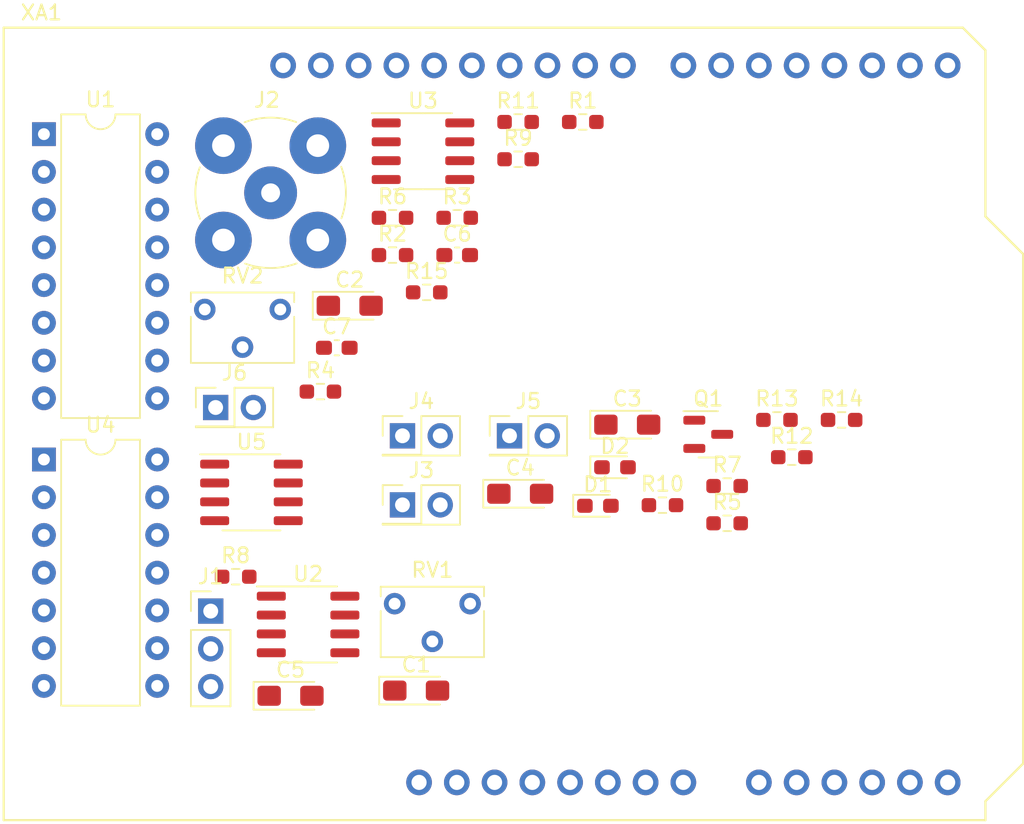
<source format=kicad_pcb>
(kicad_pcb (version 20211014) (generator pcbnew)
  (layers (0 "F.Cu" signal) (31 "B.Cu" signal) (36 "B.SilkS" user "B.Silkscreen") (37 "F.SilkS" user "F.Silkscreen") (44 "Edge.Cuts" user))
  (net 0 "")
  (net 5 "Net-(C3-Pad2)")
  (net 9 "Net-(C6-Pad1)")
  (net 10 "Net-(C6-Pad2)")
  (net 25 "Net-(C7-Pad1)")
  (net 26 "/Интегратор")
  (net 27 "Net-(D1-Pad1)")
  (net 28 "Net-(D2-Pad1)")
  (net 29 "/Пр.посл+Ш")
  (net 35 "Net-(U1-Pad14)")
  (net 36 "Net-(RV2-Pad2)")
  (net 37 "Net-(RV1-Pad2)")
  (net 38 "/Перемножитель")
  (net 41 "/Пр.посл+-")
  (net 43 "/Сброс")
  (net 44 "Net-(R5-Pad2)")
  (net 45 "/Компаратор")
  (net 46 "Net-(R10-Pad2)")
  (net 47 "Net-(R11-Pad1)")
  (net 48 "Net-(C4-Pad1)")
  (net 49 "Net-(C5-Pad2)")
  (net 50 "Net-(C3-Pad1)")
  (net 51 "Net-(R14-Pad1)")
  (net 52 "Net-(R15-Pad2)")
  (net 53 "Net-(C1-Pad2)")
  (net 54 "Net-(C1-Pad1)")
  (net 55 "GND")
  (net 56 "-15V")
  (net 57 "+5V")
  (net 58 "/Пр.посл.")
  (net 59 "+15V")
  (net 60 "/Посл.")
  (net 61 "/Интегратор 5В")
  (net 62 "/Компаратор 5В")
  (footprint "Resistor_SMD:R_0603_1608Metric_Pad0.98x0.95mm_HandSolder" (layer "F.Cu") (at 115.28 61.82)
    (fp_text reference "R10" (at 0 -1.43) (layer "F.SilkS"))
    (fp_text value "10k")
    (fp_line (start -0.254724 0.5225) (end 0.254724 0.5225) (layer "F.SilkS") (width 0.12))
    (fp_line (start -0.254724 -0.5225) (end 0.254724 -0.5225) (layer "F.SilkS") (width 0.12))
    (pad "1" smd roundrect (at -0.9125 0) (size 0.975 0.95) (layers "F.Cu" "F.Paste" "F.Mask") (net 55 "GND"))
    (pad "2" smd roundrect (at 0.9125 0) (size 0.975 0.95) (layers "F.Cu" "F.Paste" "F.Mask") (net 46 "Net-(R10-Pad2)"))
  )
  (footprint "Resistor_SMD:R_0603_1608Metric_Pad0.98x0.95mm_HandSolder" (layer "F.Cu") (at 122.98 56.08)
    (fp_text reference "R13" (at 0 -1.43) (layer "F.SilkS"))
    (fp_text value "R")
    (fp_line (start -0.254724 0.5225) (end 0.254724 0.5225) (layer "F.SilkS") (width 0.12))
    (fp_line (start -0.254724 -0.5225) (end 0.254724 -0.5225) (layer "F.SilkS") (width 0.12))
    (pad "1" smd roundrect (at -0.9125 0) (size 0.975 0.95) (layers "F.Cu" "F.Paste" "F.Mask") (net 38 "/Перемножитель"))
    (pad "2" smd roundrect (at 0.9125 0) (size 0.975 0.95) (layers "F.Cu" "F.Paste" "F.Mask") (net 25 "Net-(C7-Pad1)"))
  )
  (footprint "Capacitor_SMD:C_0603_1608Metric_Pad1.08x0.95mm_HandSolder" (layer "F.Cu") (at 93.37 51.225)
    (fp_text reference "C7" (at 0 -1.43) (layer "F.SilkS"))
    (fp_text value "C")
    (fp_line (start -0.146267 -0.51) (end 0.146267 -0.51) (layer "F.SilkS") (width 0.12))
    (fp_line (start -0.146267 0.51) (end 0.146267 0.51) (layer "F.SilkS") (width 0.12))
    (pad "1" smd roundrect (at -0.8625 0) (size 1.075 0.95) (layers "F.Cu" "F.Paste" "F.Mask") (net 25 "Net-(C7-Pad1)"))
    (pad "2" smd roundrect (at 0.8625 0) (size 1.075 0.95) (layers "F.Cu" "F.Paste" "F.Mask") (net 26 "/Интегратор"))
  )
  (footprint "Package_SO:SOIC-8_3.9x4.9mm_P1.27mm" (layer "F.Cu") (at 99.17 37.995)
    (fp_text reference "U3" (at 0 -3.4) (layer "F.SilkS"))
    (fp_text value "NJM4580")
    (fp_line (start 0 2.56) (end 1.95 2.56) (layer "F.SilkS") (width 0.12))
    (fp_line (start 0 -2.56) (end 1.95 -2.56) (layer "F.SilkS") (width 0.12))
    (fp_line (start 0 2.56) (end -1.95 2.56) (layer "F.SilkS") (width 0.12))
    (fp_line (start 0 -2.56) (end -3.45 -2.56) (layer "F.SilkS") (width 0.12))
    (pad "1" smd roundrect (at -2.475 -1.905) (size 1.95 0.6) (layers "F.Cu" "F.Paste" "F.Mask") (net 61 "/Интегратор 5В"))
    (pad "2" smd roundrect (at -2.475 -0.635) (size 1.95 0.6) (layers "F.Cu" "F.Paste" "F.Mask") (net 61 "/Интегратор 5В"))
    (pad "3" smd roundrect (at -2.475 0.635) (size 1.95 0.6) (layers "F.Cu" "F.Paste" "F.Mask") (net 44 "Net-(R5-Pad2)"))
    (pad "4" smd roundrect (at -2.475 1.905) (size 1.95 0.6) (layers "F.Cu" "F.Paste" "F.Mask") (net 55 "GND"))
    (pad "5" smd roundrect (at 2.475 1.905) (size 1.95 0.6) (layers "F.Cu" "F.Paste" "F.Mask") (net 46 "Net-(R10-Pad2)"))
    (pad "6" smd roundrect (at 2.475 0.635) (size 1.95 0.6) (layers "F.Cu" "F.Paste" "F.Mask") (net 62 "/Компаратор 5В"))
    (pad "7" smd roundrect (at 2.475 -0.635) (size 1.95 0.6) (layers "F.Cu" "F.Paste" "F.Mask") (net 62 "/Компаратор 5В"))
    (pad "8" smd roundrect (at 2.475 -1.905) (size 1.95 0.6) (layers "F.Cu" "F.Paste" "F.Mask") (net 57 "+5V"))
  )
  (footprint "Package_SO:SOIC-8_3.9x4.9mm_P1.27mm" (layer "F.Cu") (at 87.63 60.96)
    (fp_text reference "U5" (at 0 -3.4) (layer "F.SilkS"))
    (fp_text value "NJM4580")
    (fp_line (start 0 -2.56) (end 1.95 -2.56) (layer "F.SilkS") (width 0.12))
    (fp_line (start 0 2.56) (end 1.95 2.56) (layer "F.SilkS") (width 0.12))
    (fp_line (start 0 2.56) (end -1.95 2.56) (layer "F.SilkS") (width 0.12))
    (fp_line (start 0 -2.56) (end -3.45 -2.56) (layer "F.SilkS") (width 0.12))
    (pad "1" smd roundrect (at -2.475 -1.905) (size 1.95 0.6) (layers "F.Cu" "F.Paste" "F.Mask") (net 26 "/Интегратор"))
    (pad "2" smd roundrect (at -2.475 -0.635) (size 1.95 0.6) (layers "F.Cu" "F.Paste" "F.Mask") (net 55 "GND"))
    (pad "3" smd roundrect (at -2.475 0.635) (size 1.95 0.6) (layers "F.Cu" "F.Paste" "F.Mask") (net 25 "Net-(C7-Pad1)"))
    (pad "4" smd roundrect (at -2.475 1.905) (size 1.95 0.6) (layers "F.Cu" "F.Paste" "F.Mask") (net 59 "+15V"))
    (pad "5" smd roundrect (at 2.475 1.905) (size 1.95 0.6) (layers "F.Cu" "F.Paste" "F.Mask") (net 26 "/Интегратор"))
    (pad "6" smd roundrect (at 2.475 0.635) (size 1.95 0.6) (layers "F.Cu" "F.Paste" "F.Mask") (net 36 "Net-(RV2-Pad2)"))
    (pad "7" smd roundrect (at 2.475 -0.635) (size 1.95 0.6) (layers "F.Cu" "F.Paste" "F.Mask") (net 45 "/Компаратор"))
    (pad "8" smd roundrect (at 2.475 -1.905) (size 1.95 0.6) (layers "F.Cu" "F.Paste" "F.Mask") (net 56 "-15V"))
  )
  (footprint "Potentiometer_THT:Potentiometer_Bourns_3266W_Vertical" (layer "F.Cu") (at 89.57 48.645)
    (fp_text reference "RV2" (at -2.54 -2.27) (layer "F.SilkS"))
    (fp_text value "10k")
    (fp_line (start -6.015 -1.14) (end 0.935 -1.14) (layer "F.SilkS") (width 0.12))
    (fp_line (start -6.015 3.6) (end 0.935 3.6) (layer "F.SilkS") (width 0.12))
    (fp_line (start -6.015 0.495) (end -6.015 3.6) (layer "F.SilkS") (width 0.12))
    (fp_line (start 0.935 -1.14) (end 0.935 -0.495) (layer "F.SilkS") (width 0.12))
    (fp_line (start 0.935 0.495) (end 0.935 3.6) (layer "F.SilkS") (width 0.12))
    (fp_line (start -6.015 -1.14) (end -6.015 -0.495) (layer "F.SilkS") (width 0.12))
    (pad "1" thru_hole circle (at 0 0) (size 1.44 1.44) (drill 0.8) (layers *.Cu *.Mask) (net 37 "Net-(RV1-Pad2)"))
    (pad "2" thru_hole circle (at -2.54 2.54) (size 1.44 1.44) (drill 0.8) (layers *.Cu *.Mask) (net 36 "Net-(RV2-Pad2)"))
    (pad "3" thru_hole circle (at -5.08 0) (size 1.44 1.44) (drill 0.8) (layers *.Cu *.Mask) (net 45 "/Компаратор"))
  )
  (footprint "Connector_PinHeader_2.54mm:PinHeader_2x01_P2.54mm_Vertical" (layer "F.Cu") (at 97.79 57.15)
    (fp_text reference "J4" (at 1.27 -2.33) (layer "F.SilkS"))
    (fp_text value "Conn_02x01")
    (fp_line (start -1.33 1.33) (end 3.87 1.33) (layer "F.SilkS") (width 0.12))
    (fp_line (start 3.87 -1.33) (end 3.87 1.33) (layer "F.SilkS") (width 0.12))
    (fp_line (start 1.27 1.27) (end 1.27 -1.33) (layer "F.SilkS") (width 0.12))
    (fp_line (start -1.33 0) (end -1.33 -1.33) (layer "F.SilkS") (width 0.12))
    (fp_line (start 1.27 -1.33) (end 3.87 -1.33) (layer "F.SilkS") (width 0.12))
    (fp_line (start -1.33 1.27) (end 1.27 1.27) (layer "F.SilkS") (width 0.12))
    (fp_line (start -1.33 1.27) (end -1.33 1.33) (layer "F.SilkS") (width 0.12))
    (fp_line (start -1.33 -1.33) (end 0 -1.33) (layer "F.SilkS") (width 0.12))
    (pad "1" thru_hole rect (at 0 0) (size 1.7 1.7) (drill 1) (layers *.Cu *.Mask) (net 38 "/Перемножитель"))
    (pad "2" thru_hole oval (at 2.54 0) (size 1.7 1.7) (drill 1) (layers *.Cu *.Mask))
  )
  (footprint "Resistor_SMD:R_0603_1608Metric_Pad0.98x0.95mm_HandSolder" (layer "F.Cu") (at 119.63 60.53)
    (fp_text reference "R7" (at 0 -1.43) (layer "F.SilkS"))
    (fp_text value "20k")
    (fp_line (start -0.254724 -0.5225) (end 0.254724 -0.5225) (layer "F.SilkS") (width 0.12))
    (fp_line (start -0.254724 0.5225) (end 0.254724 0.5225) (layer "F.SilkS") (width 0.12))
    (pad "1" smd roundrect (at -0.9125 0) (size 0.975 0.95) (layers "F.Cu" "F.Paste" "F.Mask") (net 45 "/Компаратор"))
    (pad "2" smd roundrect (at 0.9125 0) (size 0.975 0.95) (layers "F.Cu" "F.Paste" "F.Mask") (net 46 "Net-(R10-Pad2)"))
  )
  (footprint "Potentiometer_THT:Potentiometer_Bourns_3266W_Vertical" (layer "F.Cu") (at 102.34 68.45)
    (fp_text reference "RV1" (at -2.54 -2.27) (layer "F.SilkS"))
    (fp_text value "10k")
    (fp_line (start -6.015 -1.14) (end 0.935 -1.14) (layer "F.SilkS") (width 0.12))
    (fp_line (start -6.015 -1.14) (end -6.015 -0.495) (layer "F.SilkS") (width 0.12))
    (fp_line (start -6.015 3.6) (end 0.935 3.6) (layer "F.SilkS") (width 0.12))
    (fp_line (start -6.015 0.495) (end -6.015 3.6) (layer "F.SilkS") (width 0.12))
    (fp_line (start 0.935 -1.14) (end 0.935 -0.495) (layer "F.SilkS") (width 0.12))
    (fp_line (start 0.935 0.495) (end 0.935 3.6) (layer "F.SilkS") (width 0.12))
    (pad "1" thru_hole circle (at 0 0) (size 1.44 1.44) (drill 0.8) (layers *.Cu *.Mask) (net 51 "Net-(R14-Pad1)"))
    (pad "2" thru_hole circle (at -2.54 2.54) (size 1.44 1.44) (drill 0.8) (layers *.Cu *.Mask) (net 37 "Net-(RV1-Pad2)"))
    (pad "3" thru_hole circle (at -5.08 0) (size 1.44 1.44) (drill 0.8) (layers *.Cu *.Mask) (net 52 "Net-(R15-Pad2)"))
  )
  (footprint "Connector_PinHeader_2.54mm:PinHeader_2x01_P2.54mm_Vertical" (layer "F.Cu") (at 97.79 61.8)
    (fp_text reference "J3" (at 1.27 -2.33) (layer "F.SilkS"))
    (fp_text value "Conn_02x01")
    (fp_line (start 1.27 -1.33) (end 3.87 -1.33) (layer "F.SilkS") (width 0.12))
    (fp_line (start -1.33 1.27) (end 1.27 1.27) (layer "F.SilkS") (width 0.12))
    (fp_line (start -1.33 1.27) (end -1.33 1.33) (layer "F.SilkS") (width 0.12))
    (fp_line (start -1.33 -1.33) (end 0 -1.33) (layer "F.SilkS") (width 0.12))
    (fp_line (start -1.33 0) (end -1.33 -1.33) (layer "F.SilkS") (width 0.12))
    (fp_line (start -1.33 1.33) (end 3.87 1.33) (layer "F.SilkS") (width 0.12))
    (fp_line (start 3.87 -1.33) (end 3.87 1.33) (layer "F.SilkS") (width 0.12))
    (fp_line (start 1.27 1.27) (end 1.27 -1.33) (layer "F.SilkS") (width 0.12))
    (pad "1" thru_hole rect (at 0 0) (size 1.7 1.7) (drill 1) (layers *.Cu *.Mask) (net 29 "/Пр.посл+Ш"))
    (pad "2" thru_hole oval (at 2.54 0) (size 1.7 1.7) (drill 1) (layers *.Cu *.Mask))
  )
  (footprint "Connector_PinHeader_2.54mm:PinHeader_2x01_P2.54mm_Vertical" (layer "F.Cu") (at 104.99 57.15)
    (fp_text reference "J5" (at 1.27 -2.33) (layer "F.SilkS"))
    (fp_text value "Conn_02x01")
    (fp_line (start -1.33 -1.33) (end 0 -1.33) (layer "F.SilkS") (width 0.12))
    (fp_line (start -1.33 0) (end -1.33 -1.33) (layer "F.SilkS") (width 0.12))
    (fp_line (start 1.27 1.27) (end 1.27 -1.33) (layer "F.SilkS") (width 0.12))
    (fp_line (start -1.33 1.27) (end -1.33 1.33) (layer "F.SilkS") (width 0.12))
    (fp_line (start -1.33 1.27) (end 1.27 1.27) (layer "F.SilkS") (width 0.12))
    (fp_line (start -1.33 1.33) (end 3.87 1.33) (layer "F.SilkS") (width 0.12))
    (fp_line (start 1.27 -1.33) (end 3.87 -1.33) (layer "F.SilkS") (width 0.12))
    (fp_line (start 3.87 -1.33) (end 3.87 1.33) (layer "F.SilkS") (width 0.12))
    (pad "1" thru_hole rect (at 0 0) (size 1.7 1.7) (drill 1) (layers *.Cu *.Mask) (net 26 "/Интегратор"))
    (pad "2" thru_hole oval (at 2.54 0) (size 1.7 1.7) (drill 1) (layers *.Cu *.Mask))
  )
  (footprint "Package_DIP:DIP-16_W7.62mm" (layer "F.Cu") (at 73.67 36.845)
    (fp_text reference "U1" (at 3.81 -2.33) (layer "F.SilkS"))
    (fp_text value "MAX232")
    (fp_line (start 1.16 19.11) (end 6.46 19.11) (layer "F.SilkS") (width 0.12))
    (fp_line (start 6.46 19.11) (end 6.46 -1.33) (layer "F.SilkS") (width 0.12))
    (fp_line (start 2.81 -1.33) (end 1.16 -1.33) (layer "F.SilkS") (width 0.12))
    (fp_line (start 1.16 -1.33) (end 1.16 19.11) (layer "F.SilkS") (width 0.12))
    (fp_line (start 6.46 -1.33) (end 4.81 -1.33) (layer "F.SilkS") (width 0.12))
    (fp_arc (start 4.81 -1.33) (mid 3.81 -0.33) (end 2.81 -1.33) (layer "F.SilkS") (width 0.12))
    (pad "1" thru_hole rect (at 0 0) (size 1.6 1.6) (drill 0.8) (layers *.Cu *.Mask) (net 54 "Net-(C1-Pad1)"))
    (pad "2" thru_hole oval (at 0 2.54) (size 1.6 1.6) (drill 0.8) (layers *.Cu *.Mask) (net 48 "Net-(C4-Pad1)"))
    (pad "3" thru_hole oval (at 0 5.08) (size 1.6 1.6) (drill 0.8) (layers *.Cu *.Mask) (net 53 "Net-(C1-Pad2)"))
    (pad "4" thru_hole oval (at 0 7.62) (size 1.6 1.6) (drill 0.8) (layers *.Cu *.Mask) (net 50 "Net-(C3-Pad1)"))
    (pad "5" thru_hole oval (at 0 10.16) (size 1.6 1.6) (drill 0.8) (layers *.Cu *.Mask) (net 5 "Net-(C3-Pad2)"))
    (pad "6" thru_hole oval (at 0 12.7) (size 1.6 1.6) (drill 0.8) (layers *.Cu *.Mask) (net 49 "Net-(C5-Pad2)"))
    (pad "7" thru_hole oval (at 0 15.24) (size 1.6 1.6) (drill 0.8) (layers *.Cu *.Mask) (net 41 "/Пр.посл+-"))
    (pad "8" thru_hole oval (at 0 17.78) (size 1.6 1.6) (drill 0.8) (layers *.Cu *.Mask))
    (pad "9" thru_hole oval (at 7.62 17.78) (size 1.6 1.6) (drill 0.8) (layers *.Cu *.Mask))
    (pad "10" thru_hole oval (at 7.62 15.24) (size 1.6 1.6) (drill 0.8) (layers *.Cu *.Mask) (net 58 "/Пр.посл."))
    (pad "11" thru_hole oval (at 7.62 12.7) (size 1.6 1.6) (drill 0.8) (layers *.Cu *.Mask) (net 60 "/Посл."))
    (pad "12" thru_hole oval (at 7.62 10.16) (size 1.6 1.6) (drill 0.8) (layers *.Cu *.Mask))
    (pad "13" thru_hole oval (at 7.62 7.62) (size 1.6 1.6) (drill 0.8) (layers *.Cu *.Mask))
    (pad "14" thru_hole oval (at 7.62 5.08) (size 1.6 1.6) (drill 0.8) (layers *.Cu *.Mask) (net 35 "Net-(U1-Pad14)"))
    (pad "15" thru_hole oval (at 7.62 2.54) (size 1.6 1.6) (drill 0.8) (layers *.Cu *.Mask) (net 55 "GND"))
    (pad "16" thru_hole oval (at 7.62 0) (size 1.6 1.6) (drill 0.8) (layers *.Cu *.Mask) (net 57 "+5V"))
  )
  (footprint "Resistor_SMD:R_0603_1608Metric_Pad0.98x0.95mm_HandSolder" (layer "F.Cu") (at 101.47 42.475)
    (fp_text reference "R3" (at 0 -1.43) (layer "F.SilkS"))
    (fp_text value "100k")
    (fp_line (start -0.254724 0.5225) (end 0.254724 0.5225) (layer "F.SilkS") (width 0.12))
    (fp_line (start -0.254724 -0.5225) (end 0.254724 -0.5225) (layer "F.SilkS") (width 0.12))
    (pad "1" smd roundrect (at -0.9125 0) (size 0.975 0.95) (layers "F.Cu" "F.Paste" "F.Mask") (net 55 "GND"))
    (pad "2" smd roundrect (at 0.9125 0) (size 0.975 0.95) (layers "F.Cu" "F.Paste" "F.Mask") (net 10 "Net-(C6-Pad2)"))
  )
  (footprint "Connector_Coaxial:BNC_TEConnectivity_1478204_Vertical" (layer "F.Cu") (at 88.92 40.795)
    (fp_text reference "J2" (at -0.25 -6.25) (layer "F.SilkS"))
    (fp_text value "Conn_Coaxial")
    (fp_arc (start -1.75 -4.75) (mid -0.019867 -5.062075) (end 1.712663 -4.763589) (layer "F.SilkS") (width 0.12))
    (fp_arc (start -4.75 1.75) (mid -5.062075 0.019867) (end -4.763589 -1.712663) (layer "F.SilkS") (width 0.12))
    (fp_arc (start 4.75 -1.75) (mid 5.062075 -0.019867) (end 4.763589 1.712663) (layer "F.SilkS") (width 0.12))
    (fp_arc (start 1.75 4.75) (mid 0.019867 5.062075) (end -1.712663 4.763589) (layer "F.SilkS") (width 0.12))
    (pad "1" thru_hole circle (at 0 0) (size 3.556 3.556) (drill 1.27) (layers *.Cu *.Mask) (net 9 "Net-(C6-Pad1)"))
    (pad "2" thru_hole circle (at -3.175 -3.175) (size 3.81 3.81) (drill 1.524) (layers *.Cu *.Mask) (net 55 "GND"))
    (pad "2" thru_hole circle (at 3.175 -3.175) (size 3.81 3.81) (drill 1.524) (layers *.Cu *.Mask) (net 55 "GND"))
    (pad "2" thru_hole circle (at 3.175 3.175) (size 3.81 3.81) (drill 1.524) (layers *.Cu *.Mask) (net 55 "GND"))
    (pad "2" thru_hole circle (at -3.175 3.175) (size 3.81 3.81) (drill 1.524) (layers *.Cu *.Mask) (net 55 "GND"))
  )
  (footprint "Resistor_SMD:R_0603_1608Metric_Pad0.98x0.95mm_HandSolder" (layer "F.Cu") (at 109.92 36.025)
    (fp_text reference "R1" (at 0 -1.43) (layer "F.SilkS"))
    (fp_text value "2k")
    (fp_line (start -0.254724 -0.5225) (end 0.254724 -0.5225) (layer "F.SilkS") (width 0.12))
    (fp_line (start -0.254724 0.5225) (end 0.254724 0.5225) (layer "F.SilkS") (width 0.12))
    (pad "1" smd roundrect (at -0.9125 0) (size 0.975 0.95) (layers "F.Cu" "F.Paste" "F.Mask") (net 55 "GND"))
    (pad "2" smd roundrect (at 0.9125 0) (size 0.975 0.95) (layers "F.Cu" "F.Paste" "F.Mask") (net 27 "Net-(D1-Pad1)"))
  )
  (footprint "Package_DIP:DIP-14_W7.62mm" (layer "F.Cu") (at 73.67 58.745)
    (fp_text reference "U4" (at 3.81 -2.33) (layer "F.SilkS"))
    (fp_text value "KP525PS2")
    (fp_line (start 1.16 -1.33) (end 1.16 16.57) (layer "F.SilkS") (width 0.12))
    (fp_line (start 6.46 -1.33) (end 4.81 -1.33) (layer "F.SilkS") (width 0.12))
    (fp_line (start 1.16 16.57) (end 6.46 16.57) (layer "F.SilkS") (width 0.12))
    (fp_line (start 2.81 -1.33) (end 1.16 -1.33) (layer "F.SilkS") (width 0.12))
    (fp_line (start 6.46 16.57) (end 6.46 -1.33) (layer "F.SilkS") (width 0.12))
    (fp_arc (start 4.81 -1.33) (mid 3.81 -0.33) (end 2.81 -1.33) (layer "F.SilkS") (width 0.12))
    (pad "1" thru_hole rect (at 0 0) (size 1.6 1.6) (drill 0.8) (layers *.Cu *.Mask) (net 38 "/Перемножитель"))
    (pad "2" thru_hole oval (at 0 2.54) (size 1.6 1.6) (drill 0.8) (layers *.Cu *.Mask) (net 38 "/Перемножитель"))
    (pad "3" thru_hole oval (at 0 5.08) (size 1.6 1.6) (drill 0.8) (layers *.Cu *.Mask) (net 59 "+15V"))
    (pad "4" thru_hole oval (at 0 7.62) (size 1.6 1.6) (drill 0.8) (layers *.Cu *.Mask))
    (pad "5" thru_hole oval (at 0 10.16) (size 1.6 1.6) (drill 0.8) (layers *.Cu *.Mask))
    (pad "6" thru_hole oval (at 0 12.7) (size 1.6 1.6) (drill 0.8) (layers *.Cu *.Mask))
    (pad "7" thru_hole oval (at 0 15.24) (size 1.6 1.6) (drill 0.8) (layers *.Cu *.Mask) (net 35 "Net-(U1-Pad14)"))
    (pad "8" thru_hole oval (at 7.62 15.24) (size 1.6 1.6) (drill 0.8) (layers *.Cu *.Mask))
    (pad "9" thru_hole oval (at 7.62 12.7) (size 1.6 1.6) (drill 0.8) (layers *.Cu *.Mask) (net 55 "GND"))
    (pad "10" thru_hole oval (at 7.62 10.16) (size 1.6 1.6) (drill 0.8) (layers *.Cu *.Mask) (net 55 "GND"))
    (pad "11" thru_hole oval (at 7.62 7.62) (size 1.6 1.6) (drill 0.8) (layers *.Cu *.Mask) (net 55 "GND"))
    (pad "12" thru_hole oval (at 7.62 5.08) (size 1.6 1.6) (drill 0.8) (layers *.Cu *.Mask) (net 55 "GND"))
    (pad "13" thru_hole oval (at 7.62 2.54) (size 1.6 1.6) (drill 0.8) (layers *.Cu *.Mask) (net 29 "/Пр.посл+Ш"))
    (pad "14" thru_hole oval (at 7.62 0) (size 1.6 1.6) (drill 0.8) (layers *.Cu *.Mask) (net 56 "-15V"))
  )
  (footprint "Resistor_SMD:R_0603_1608Metric_Pad0.98x0.95mm_HandSolder" (layer "F.Cu") (at 105.57 36.025)
    (fp_text reference "R11" (at 0 -1.43) (layer "F.SilkS"))
    (fp_text value "10k")
    (fp_line (start -0.254724 -0.5225) (end 0.254724 -0.5225) (layer "F.SilkS") (width 0.12))
    (fp_line (start -0.254724 0.5225) (end 0.254724 0.5225) (layer "F.SilkS") (width 0.12))
    (pad "1" smd roundrect (at -0.9125 0) (size 0.975 0.95) (layers "F.Cu" "F.Paste" "F.Mask") (net 47 "Net-(R11-Pad1)"))
    (pad "2" smd roundrect (at 0.9125 0) (size 0.975 0.95) (layers "F.Cu" "F.Paste" "F.Mask") (net 29 "/Пр.посл+Ш"))
  )
  (footprint "Resistor_SMD:R_0603_1608Metric_Pad0.98x0.95mm_HandSolder" (layer "F.Cu") (at 99.42 47.495)
    (fp_text reference "R15" (at 0 -1.43) (layer "F.SilkS"))
    (fp_text value "10k")
    (fp_line (start -0.254724 0.5225) (end 0.254724 0.5225) (layer "F.SilkS") (width 0.12))
    (fp_line (start -0.254724 -0.5225) (end 0.254724 -0.5225) (layer "F.SilkS") (width 0.12))
    (pad "1" smd roundrect (at -0.9125 0) (size 0.975 0.95) (layers "F.Cu" "F.Paste" "F.Mask") (net 56 "-15V"))
    (pad "2" smd roundrect (at 0.9125 0) (size 0.975 0.95) (layers "F.Cu" "F.Paste" "F.Mask") (net 52 "Net-(R15-Pad2)"))
  )
  (footprint "Capacitor_Tantalum_SMD:CP_EIA-3216-18_Kemet-A_Pad1.58x1.35mm_HandSolder" (layer "F.Cu") (at 98.71 74.3)
    (fp_text reference "C1" (at 0 -1.75) (layer "F.SilkS"))
    (fp_text value "47u")
    (fp_line (start -2.485 -0.935) (end -2.485 0.935) (layer "F.SilkS") (width 0.12))
    (fp_line (start -2.485 0.935) (end 1.6 0.935) (layer "F.SilkS") (width 0.12))
    (fp_line (start 1.6 -0.935) (end -2.485 -0.935) (layer "F.SilkS") (width 0.12))
    (pad "1" smd roundrect (at -1.4375 0) (size 1.575 1.35) (layers "F.Cu" "F.Paste" "F.Mask") (roundrect_rratio 0.185185) (net 54 "Net-(C1-Pad1)"))
    (pad "2" smd roundrect (at 1.4375 0) (size 1.575 1.35) (layers "F.Cu" "F.Paste" "F.Mask") (roundrect_rratio 0.185185) (net 53 "Net-(C1-Pad2)"))
  )
  (footprint "Package_TO_SOT_SMD:SOT-23" (layer "F.Cu") (at 118.36 57.05)
    (fp_text reference "Q1" (at 0 -2.4) (layer "F.SilkS"))
    (fp_text value "Q_PMOS_GDS")
    (fp_line (start 0 1.56) (end -0.65 1.56) (layer "F.SilkS") (width 0.12))
    (fp_line (start 0 1.56) (end 0.65 1.56) (layer "F.SilkS") (width 0.12))
    (fp_line (start 0 -1.56) (end -1.675 -1.56) (layer "F.SilkS") (width 0.12))
    (fp_line (start 0 -1.56) (end 0.65 -1.56) (layer "F.SilkS") (width 0.12))
    (pad "1" smd roundrect (at -0.9375 -0.95) (size 1.475 0.6) (layers "F.Cu" "F.Paste" "F.Mask") (net 43 "/Сброс"))
    (pad "2" smd roundrect (at -0.9375 0.95) (size 1.475 0.6) (layers "F.Cu" "F.Paste" "F.Mask") (net 26 "/Интегратор"))
    (pad "3" smd roundrect (at 0.9375 0) (size 1.475 0.6) (layers "F.Cu" "F.Paste" "F.Mask") (net 25 "Net-(C7-Pad1)"))
  )
  (footprint "Capacitor_Tantalum_SMD:CP_EIA-3216-18_Kemet-A_Pad1.58x1.35mm_HandSolder" (layer "F.Cu") (at 94.24 48.395)
    (fp_text reference "C2" (at 0 -1.75) (layer "F.SilkS"))
    (fp_text value "47u")
    (fp_line (start 1.6 -0.935) (end -2.485 -0.935) (layer "F.SilkS") (width 0.12))
    (fp_line (start -2.485 0.935) (end 1.6 0.935) (layer "F.SilkS") (width 0.12))
    (fp_line (start -2.485 -0.935) (end -2.485 0.935) (layer "F.SilkS") (width 0.12))
    (pad "1" smd roundrect (at -1.4375 0) (size 1.575 1.35) (layers "F.Cu" "F.Paste" "F.Mask") (roundrect_rratio 0.185185) (net 57 "+5V"))
    (pad "2" smd roundrect (at 1.4375 0) (size 1.575 1.35) (layers "F.Cu" "F.Paste" "F.Mask") (roundrect_rratio 0.185185) (net 55 "GND"))
  )
  (footprint "Arduino:Arduino_101_Shield_No_SPI" (layer "F.Cu") (at 70.965 83.02)
    (fp_text reference "XA1" (at 2.54 -54.356) (layer "F.SilkS"))
    (fp_text value "Arduino_101_Shield_No_SPI")
    (fp_line (start 68.58 -38.1) (end 66.04 -40.64) (layer "F.SilkS") (width 0.15))
    (fp_line (start 66.04 -40.64) (end 66.04 -51.816) (layer "F.SilkS") (width 0.15))
    (fp_line (start 0 -53.34) (end 64.516 -53.34) (layer "F.SilkS") (width 0.15))
    (fp_line (start 0 -53.34) (end 0 0) (layer "F.SilkS") (width 0.15))
    (fp_line (start 66.04 -1.27) (end 68.58 -3.81) (layer "F.SilkS") (width 0.15))
    (fp_line (start 66.04 0) (end 66.04 -1.27) (layer "F.SilkS") (width 0.15))
    (fp_line (start 0 0) (end 66.04 0) (layer "F.SilkS") (width 0.15))
    (fp_line (start 68.58 -3.81) (end 68.58 -38.1) (layer "F.SilkS") (width 0.15))
    (fp_line (start 64.516 -53.34) (end 66.04 -51.816) (layer "F.SilkS") (width 0.15))
    (pad "3V3" thru_hole oval (at 35.56 -2.54) (size 1.7272 1.7272) (drill 1.016) (layers *.Cu *.Mask))
    (pad "5V1" thru_hole oval (at 38.1 -2.54) (size 1.7272 1.7272) (drill 1.016) (layers *.Cu *.Mask) (net 57 "+5V"))
    (pad "A0" thru_hole oval (at 50.8 -2.54) (size 1.7272 1.7272) (drill 1.016) (layers *.Cu *.Mask))
    (pad "A1" thru_hole oval (at 53.34 -2.54) (size 1.7272 1.7272) (drill 1.016) (layers *.Cu *.Mask))
    (pad "A2" thru_hole oval (at 55.88 -2.54) (size 1.7272 1.7272) (drill 1.016) (layers *.Cu *.Mask))
    (pad "A3" thru_hole oval (at 58.42 -2.54) (size 1.7272 1.7272) (drill 1.016) (layers *.Cu *.Mask))
    (pad "A4" thru_hole oval (at 60.96 -2.54) (size 1.7272 1.7272) (drill 1.016) (layers *.Cu *.Mask))
    (pad "A5" thru_hole oval (at 63.5 -2.54) (size 1.7272 1.7272) (drill 1.016) (layers *.Cu *.Mask))
    (pad "AREF" thru_hole oval (at 23.876 -50.8) (size 1.7272 1.7272) (drill 1.016) (layers *.Cu *.Mask))
    (pad "ATN" thru_hole oval (at 27.94 -2.54) (size 1.7272 1.7272) (drill 1.016) (layers *.Cu *.Mask))
    (pad "D0" thru_hole oval (at 63.5 -50.8) (size 1.7272 1.7272) (drill 1.016) (layers *.Cu *.Mask))
    (pad "D1" thru_hole oval (at 60.96 -50.8) (size 1.7272 1.7272) (drill 1.016) (layers *.Cu *.Mask))
    (pad "D2" thru_hole oval (at 58.42 -50.8) (size 1.7272 1.7272) (drill 1.016) (layers *.Cu *.Mask) (net 60 "/Посл."))
    (pad "D3" thru_hole oval (at 55.88 -50.8) (size 1.7272 1.7272) (drill 1.016) (layers *.Cu *.Mask) (net 58 "/Пр.посл."))
    (pad "D4" thru_hole oval (at 53.34 -50.8) (size 1.7272 1.7272) (drill 1.016) (layers *.Cu *.Mask))
    (pad "D5" thru_hole oval (at 50.8 -50.8) (size 1.7272 1.7272) (drill 1.016) (layers *.Cu *.Mask))
    (pad "D6" thru_hole oval (at 48.26 -50.8) (size 1.7272 1.7272) (drill 1.016) (layers *.Cu *.Mask))
    (pad "D7" thru_hole oval (at 45.72 -50.8) (size 1.7272 1.7272) (drill 1.016) (layers *.Cu *.Mask) (net 43 "/Сброс"))
    (pad "D8" thru_hole oval (at 41.656 -50.8) (size 1.7272 1.7272) (drill 1.016) (layers *.Cu *.Mask) (net 61 "/Интегратор 5В"))
    (pad "D9" thru_hole oval (at 39.116 -50.8) (size 1.7272 1.7272) (drill 1.016) (layers *.Cu *.Mask) (net 62 "/Компаратор 5В"))
    (pad "D10" thru_hole oval (at 36.576 -50.8) (size 1.7272 1.7272) (drill 1.016) (layers *.Cu *.Mask))
    (pad "D11" thru_hole oval (at 34.036 -50.8) (size 1.7272 1.7272) (drill 1.016) (layers *.Cu *.Mask))
    (pad "D12" thru_hole oval (at 31.496 -50.8) (size 1.7272 1.7272) (drill 1.016) (layers *.Cu *.Mask))
    (pad "D13" thru_hole oval (at 28.956 -50.8) (size 1.7272 1.7272) (drill 1.016) (layers *.Cu *.Mask))
    (pad "GND1" thru_hole oval (at 26.416 -50.8) (size 1.7272 1.7272) (drill 1.016) (layers *.Cu *.Mask) (net 55 "GND"))
    (pad "GND2" thru_hole oval (at 40.64 -2.54) (size 1.7272 1.7272) (drill 1.016) (layers *.Cu *.Mask) (net 55 "GND"))
    (pad "GND3" thru_hole oval (at 43.18 -2.54) (size 1.7272 1.7272) (drill 1.016) (layers *.Cu *.Mask) (net 55 "GND"))
    (pad "IORF" thru_hole oval (at 30.48 -2.54) (size 1.7272 1.7272) (drill 1.016) (layers *.Cu *.Mask) (net 57 "+5V"))
    (pad "RST1" thru_hole oval (at 33.02 -2.54) (size 1.7272 1.7272) (drill 1.016) (layers *.Cu *.Mask))
    (pad "SCL" thru_hole oval (at 18.796 -50.8) (size 1.7272 1.7272) (drill 1.016) (layers *.Cu *.Mask))
    (pad "SDA" thru_hole oval (at 21.336 -50.8) (size 1.7272 1.7272) (drill 1.016) (layers *.Cu *.Mask))
    (pad "VIN" thru_hole oval (at 45.72 -2.54) (size 1.7272 1.7272) (drill 1.016) (layers *.Cu *.Mask))
  )
  (footprint "Capacitor_Tantalum_SMD:CP_EIA-3216-18_Kemet-A_Pad1.58x1.35mm_HandSolder" (layer "F.Cu") (at 105.71 61.05)
    (fp_text reference "C4" (at 0 -1.75) (layer "F.SilkS"))
    (fp_text value "47u")
    (fp_line (start 1.6 -0.935) (end -2.485 -0.935) (layer "F.SilkS") (width 0.12))
    (fp_line (start -2.485 -0.935) (end -2.485 0.935) (layer "F.SilkS") (width 0.12))
    (fp_line (start -2.485 0.935) (end 1.6 0.935) (layer "F.SilkS") (width 0.12))
    (pad "1" smd roundrect (at -1.4375 0) (size 1.575 1.35) (layers "F.Cu" "F.Paste" "F.Mask") (roundrect_rratio 0.185185) (net 48 "Net-(C4-Pad1)"))
    (pad "2" smd roundrect (at 1.4375 0) (size 1.575 1.35) (layers "F.Cu" "F.Paste" "F.Mask") (roundrect_rratio 0.185185) (net 55 "GND"))
  )
  (footprint "Package_SO:SOIC-8_3.9x4.9mm_P1.27mm" (layer "F.Cu") (at 91.44 69.85)
    (fp_text reference "U2" (at 0 -3.4) (layer "F.SilkS"))
    (fp_text value "NJM4580")
    (fp_line (start 0 -2.56) (end 1.95 -2.56) (layer "F.SilkS") (width 0.12))
    (fp_line (start 0 2.56) (end 1.95 2.56) (layer "F.SilkS") (width 0.12))
    (fp_line (start 0 -2.56) (end -3.45 -2.56) (layer "F.SilkS") (width 0.12))
    (fp_line (start 0 2.56) (end -1.95 2.56) (layer "F.SilkS") (width 0.12))
    (pad "1" smd roundrect (at -2.475 -1.905) (size 1.95 0.6) (layers "F.Cu" "F.Paste" "F.Mask") (net 41 "/Пр.посл+-"))
    (pad "2" smd roundrect (at -2.475 -0.635) (size 1.95 0.6) (layers "F.Cu" "F.Paste" "F.Mask") (net 41 "/Пр.посл+-"))
    (pad "3" smd roundrect (at -2.475 0.635) (size 1.95 0.6) (layers "F.Cu" "F.Paste" "F.Mask") (net 10 "Net-(C6-Pad2)"))
    (pad "4" smd roundrect (at -2.475 1.905) (size 1.95 0.6) (layers "F.Cu" "F.Paste" "F.Mask") (net 59 "+15V"))
    (pad "5" smd roundrect (at 2.475 1.905) (size 1.95 0.6) (layers "F.Cu" "F.Paste" "F.Mask") (net 41 "/Пр.посл+-"))
    (pad "6" smd roundrect (at 2.475 0.635) (size 1.95 0.6) (layers "F.Cu" "F.Paste" "F.Mask") (net 47 "Net-(R11-Pad1)"))
    (pad "7" smd roundrect (at 2.475 -0.635) (size 1.95 0.6) (layers "F.Cu" "F.Paste" "F.Mask") (net 29 "/Пр.посл+Ш"))
    (pad "8" smd roundrect (at 2.475 -1.905) (size 1.95 0.6) (layers "F.Cu" "F.Paste" "F.Mask") (net 56 "-15V"))
  )
  (footprint "Capacitor_SMD:C_0603_1608Metric_Pad1.08x0.95mm_HandSolder" (layer "F.Cu") (at 101.47 44.985)
    (fp_text reference "C6" (at 0 -1.43) (layer "F.SilkS"))
    (fp_text value "1n")
    (fp_line (start -0.146267 -0.51) (end 0.146267 -0.51) (layer "F.SilkS") (width 0.12))
    (fp_line (start -0.146267 0.51) (end 0.146267 0.51) (layer "F.SilkS") (width 0.12))
    (pad "1" smd roundrect (at -0.8625 0) (size 1.075 0.95) (layers "F.Cu" "F.Paste" "F.Mask") (net 9 "Net-(C6-Pad1)"))
    (pad "2" smd roundrect (at 0.8625 0) (size 1.075 0.95) (layers "F.Cu" "F.Paste" "F.Mask") (net 10 "Net-(C6-Pad2)"))
  )
  (footprint "Connector_PinHeader_2.54mm:PinHeader_2x01_P2.54mm_Vertical" (layer "F.Cu") (at 85.22 55.245)
    (fp_text reference "J6" (at 1.27 -2.33) (layer "F.SilkS"))
    (fp_text value "Conn_02x01")
    (fp_line (start 1.27 -1.33) (end 3.87 -1.33) (layer "F.SilkS") (width 0.12))
    (fp_line (start -1.33 -1.33) (end 0 -1.33) (layer "F.SilkS") (width 0.12))
    (fp_line (start 1.27 1.27) (end 1.27 -1.33) (layer "F.SilkS") (width 0.12))
    (fp_line (start 3.87 -1.33) (end 3.87 1.33) (layer "F.SilkS") (width 0.12))
    (fp_line (start -1.33 1.27) (end -1.33 1.33) (layer "F.SilkS") (width 0.12))
    (fp_line (start -1.33 1.27) (end 1.27 1.27) (layer "F.SilkS") (width 0.12))
    (fp_line (start -1.33 1.33) (end 3.87 1.33) (layer "F.SilkS") (width 0.12))
    (fp_line (start -1.33 0) (end -1.33 -1.33) (layer "F.SilkS") (width 0.12))
    (pad "1" thru_hole rect (at 0 0) (size 1.7 1.7) (drill 1) (layers *.Cu *.Mask) (net 41 "/Пр.посл+-"))
    (pad "2" thru_hole oval (at 2.54 0) (size 1.7 1.7) (drill 1) (layers *.Cu *.Mask))
  )
  (footprint "Resistor_SMD:R_0603_1608Metric_Pad0.98x0.95mm_HandSolder" (layer "F.Cu") (at 123.98 58.59)
    (fp_text reference "R12" (at 0 -1.43) (layer "F.SilkS"))
    (fp_text value "10k")
    (fp_line (start -0.254724 -0.5225) (end 0.254724 -0.5225) (layer "F.SilkS") (width 0.12))
    (fp_line (start -0.254724 0.5225) (end 0.254724 0.5225) (layer "F.SilkS") (width 0.12))
    (pad "1" smd roundrect (at -0.9125 0) (size 0.975 0.95) (layers "F.Cu" "F.Paste" "F.Mask") (net 55 "GND"))
    (pad "2" smd roundrect (at 0.9125 0) (size 0.975 0.95) (layers "F.Cu" "F.Paste" "F.Mask") (net 47 "Net-(R11-Pad1)"))
  )
  (footprint "Resistor_SMD:R_0603_1608Metric_Pad0.98x0.95mm_HandSolder" (layer "F.Cu") (at 92.27 54.175)
    (fp_text reference "R4" (at 0 -1.43) (layer "F.SilkS"))
    (fp_text value "10k")
    (fp_line (start -0.254724 0.5225) (end 0.254724 0.5225) (layer "F.SilkS") (width 0.12))
    (fp_line (start -0.254724 -0.5225) (end 0.254724 -0.5225) (layer "F.SilkS") (width 0.12))
    (pad "1" smd roundrect (at -0.9125 0) (size 0.975 0.95) (layers "F.Cu" "F.Paste" "F.Mask") (net 55 "GND"))
    (pad "2" smd roundrect (at 0.9125 0) (size 0.975 0.95) (layers "F.Cu" "F.Paste" "F.Mask") (net 41 "/Пр.посл+-"))
  )
  (footprint "Resistor_SMD:R_0603_1608Metric_Pad0.98x0.95mm_HandSolder" (layer "F.Cu") (at 105.57 38.535)
    (fp_text reference "R9" (at 0 -1.43) (layer "F.SilkS"))
    (fp_text value "10k")
    (fp_line (start -0.254724 -0.5225) (end 0.254724 -0.5225) (layer "F.SilkS") (width 0.12))
    (fp_line (start -0.254724 0.5225) (end 0.254724 0.5225) (layer "F.SilkS") (width 0.12))
    (pad "1" smd roundrect (at -0.9125 0) (size 0.975 0.95) (layers "F.Cu" "F.Paste" "F.Mask") (net 55 "GND"))
    (pad "2" smd roundrect (at 0.9125 0) (size 0.975 0.95) (layers "F.Cu" "F.Paste" "F.Mask") (net 44 "Net-(R5-Pad2)"))
  )
  (footprint "Capacitor_Tantalum_SMD:CP_EIA-3216-18_Kemet-A_Pad1.58x1.35mm_HandSolder" (layer "F.Cu") (at 90.26 74.65)
    (fp_text reference "C5" (at 0 -1.75) (layer "F.SilkS"))
    (fp_text value "47u")
    (fp_line (start -2.485 -0.935) (end -2.485 0.935) (layer "F.SilkS") (width 0.12))
    (fp_line (start 1.6 -0.935) (end -2.485 -0.935) (layer "F.SilkS") (width 0.12))
    (fp_line (start -2.485 0.935) (end 1.6 0.935) (layer "F.SilkS") (width 0.12))
    (pad "1" smd roundrect (at -1.4375 0) (size 1.575 1.35) (layers "F.Cu" "F.Paste" "F.Mask") (roundrect_rratio 0.185185) (net 55 "GND"))
    (pad "2" smd roundrect (at 1.4375 0) (size 1.575 1.35) (layers "F.Cu" "F.Paste" "F.Mask") (roundrect_rratio 0.185185) (net 49 "Net-(C5-Pad2)"))
  )
  (footprint "Resistor_SMD:R_0603_1608Metric_Pad0.98x0.95mm_HandSolder" (layer "F.Cu") (at 97.12 42.475)
    (fp_text reference "R6" (at 0 -1.43) (layer "F.SilkS"))
    (fp_text value "10k")
    (fp_line (start -0.254724 -0.5225) (end 0.254724 -0.5225) (layer "F.SilkS") (width 0.12))
    (fp_line (start -0.254724 0.5225) (end 0.254724 0.5225) (layer "F.SilkS") (width 0.12))
    (pad "1" smd roundrect (at -0.9125 0) (size 0.975 0.95) (layers "F.Cu" "F.Paste" "F.Mask") (net 57 "+5V"))
    (pad "2" smd roundrect (at 0.9125 0) (size 0.975 0.95) (layers "F.Cu" "F.Paste" "F.Mask") (net 44 "Net-(R5-Pad2)"))
  )
  (footprint "Resistor_SMD:R_0603_1608Metric_Pad0.98x0.95mm_HandSolder" (layer "F.Cu") (at 97.12 44.985)
    (fp_text reference "R2" (at 0 -1.43) (layer "F.SilkS"))
    (fp_text value "510")
    (fp_line (start -0.254724 0.5225) (end 0.254724 0.5225) (layer "F.SilkS") (width 0.12))
    (fp_line (start -0.254724 -0.5225) (end 0.254724 -0.5225) (layer "F.SilkS") (width 0.12))
    (pad "1" smd roundrect (at -0.9125 0) (size 0.975 0.95) (layers "F.Cu" "F.Paste" "F.Mask") (net 55 "GND"))
    (pad "2" smd roundrect (at 0.9125 0) (size 0.975 0.95) (layers "F.Cu" "F.Paste" "F.Mask") (net 28 "Net-(D2-Pad1)"))
  )
  (footprint "Capacitor_Tantalum_SMD:CP_EIA-3216-18_Kemet-A_Pad1.58x1.35mm_HandSolder" (layer "F.Cu") (at 112.91 56.4)
    (fp_text reference "C3" (at 0 -1.75) (layer "F.SilkS"))
    (fp_text value "47u")
    (fp_line (start 1.6 -0.935) (end -2.485 -0.935) (layer "F.SilkS") (width 0.12))
    (fp_line (start -2.485 0.935) (end 1.6 0.935) (layer "F.SilkS") (width 0.12))
    (fp_line (start -2.485 -0.935) (end -2.485 0.935) (layer "F.SilkS") (width 0.12))
    (pad "1" smd roundrect (at -1.4375 0) (size 1.575 1.35) (layers "F.Cu" "F.Paste" "F.Mask") (roundrect_rratio 0.185185) (net 50 "Net-(C3-Pad1)"))
    (pad "2" smd roundrect (at 1.4375 0) (size 1.575 1.35) (layers "F.Cu" "F.Paste" "F.Mask") (roundrect_rratio 0.185185) (net 5 "Net-(C3-Pad2)"))
  )
  (footprint "LED_SMD:LED_0603_1608Metric_Pad1.05x0.95mm_HandSolder" (layer "F.Cu") (at 110.935 61.86)
    (fp_text reference "D1" (at 0 -1.43) (layer "F.SilkS"))
    (fp_text value "LED")
    (fp_line (start -1.66 0.735) (end 0.8 0.735) (layer "F.SilkS") (width 0.12))
    (fp_line (start -1.66 -0.735) (end -1.66 0.735) (layer "F.SilkS") (width 0.12))
    (fp_line (start 0.8 -0.735) (end -1.66 -0.735) (layer "F.SilkS") (width 0.12))
    (pad "1" smd roundrect (at -0.875 0) (size 1.05 0.95) (layers "F.Cu" "F.Paste" "F.Mask") (net 27 "Net-(D1-Pad1)"))
    (pad "2" smd roundrect (at 0.875 0) (size 1.05 0.95) (layers "F.Cu" "F.Paste" "F.Mask") (net 59 "+15V"))
  )
  (footprint "Resistor_SMD:R_0603_1608Metric_Pad0.98x0.95mm_HandSolder" (layer "F.Cu") (at 119.63 63.04)
    (fp_text reference "R5" (at 0 -1.43) (layer "F.SilkS"))
    (fp_text value "20k")
    (fp_line (start -0.254724 0.5225) (end 0.254724 0.5225) (layer "F.SilkS") (width 0.12))
    (fp_line (start -0.254724 -0.5225) (end 0.254724 -0.5225) (layer "F.SilkS") (width 0.12))
    (pad "1" smd roundrect (at -0.9125 0) (size 0.975 0.95) (layers "F.Cu" "F.Paste" "F.Mask") (net 26 "/Интегратор"))
    (pad "2" smd roundrect (at 0.9125 0) (size 0.975 0.95) (layers "F.Cu" "F.Paste" "F.Mask") (net 44 "Net-(R5-Pad2)"))
  )
  (footprint "Connector_PinHeader_2.54mm:PinHeader_1x03_P2.54mm_Vertical" (layer "F.Cu") (at 84.89 68.95)
    (fp_text reference "J1" (at 0 -2.33) (layer "F.SilkS"))
    (fp_text value "WF-3")
    (fp_line (start -1.33 -1.33) (end 0 -1.33) (layer "F.SilkS") (width 0.12))
    (fp_line (start -1.33 0) (end -1.33 -1.33) (layer "F.SilkS") (width 0.12))
    (fp_line (start -1.33 1.27) (end -1.33 6.41) (layer "F.SilkS") (width 0.12))
    (fp_line (start -1.33 6.41) (end 1.33 6.41) (layer "F.SilkS") (width 0.12))
    (fp_line (start 1.33 1.27) (end 1.33 6.41) (layer "F.SilkS") (width 0.12))
    (fp_line (start -1.33 1.27) (end 1.33 1.27) (layer "F.SilkS") (width 0.12))
    (pad "1" thru_hole rect (at 0 0) (size 1.7 1.7) (drill 1) (layers *.Cu *.Mask) (net 56 "-15V"))
    (pad "2" thru_hole oval (at 0 2.54) (size 1.7 1.7) (drill 1) (layers *.Cu *.Mask) (net 55 "GND"))
    (pad "3" thru_hole oval (at 0 5.08) (size 1.7 1.7) (drill 1) (layers *.Cu *.Mask) (net 59 "+15V"))
  )
  (footprint "Resistor_SMD:R_0603_1608Metric_Pad0.98x0.95mm_HandSolder" (layer "F.Cu") (at 127.33 56.08)
    (fp_text reference "R14" (at 0 -1.43) (layer "F.SilkS"))
    (fp_text value "10k")
    (fp_line (start -0.254724 -0.5225) (end 0.254724 -0.5225) (layer "F.SilkS") (width 0.12))
    (fp_line (start -0.254724 0.5225) (end 0.254724 0.5225) (layer "F.SilkS") (width 0.12))
    (pad "1" smd roundrect (at -0.9125 0) (size 0.975 0.95) (layers "F.Cu" "F.Paste" "F.Mask") (net 51 "Net-(R14-Pad1)"))
    (pad "2" smd roundrect (at 0.9125 0) (size 0.975 0.95) (layers "F.Cu" "F.Paste" "F.Mask") (net 59 "+15V"))
  )
  (footprint "LED_SMD:LED_0603_1608Metric_Pad1.05x0.95mm_HandSolder" (layer "F.Cu") (at 112.085 59.27)
    (fp_text reference "D2" (at 0 -1.43) (layer "F.SilkS"))
    (fp_text value "LED")
    (fp_line (start -1.66 0.735) (end 0.8 0.735) (layer "F.SilkS") (width 0.12))
    (fp_line (start 0.8 -0.735) (end -1.66 -0.735) (layer "F.SilkS") (width 0.12))
    (fp_line (start -1.66 -0.735) (end -1.66 0.735) (layer "F.SilkS") (width 0.12))
    (pad "1" smd roundrect (at -0.875 0) (size 1.05 0.95) (layers "F.Cu" "F.Paste" "F.Mask") (net 28 "Net-(D2-Pad1)"))
    (pad "2" smd roundrect (at 0.875 0) (size 1.05 0.95) (layers "F.Cu" "F.Paste" "F.Mask") (net 57 "+5V"))
  )
  (footprint "Resistor_SMD:R_0603_1608Metric_Pad0.98x0.95mm_HandSolder" (layer "F.Cu") (at 86.57 66.635)
    (fp_text reference "R8" (at 0 -1.43) (layer "F.SilkS"))
    (fp_text value "10k")
    (fp_line (start -0.254724 0.5225) (end 0.254724 0.5225) (layer "F.SilkS") (width 0.12))
    (fp_line (start -0.254724 -0.5225) (end 0.254724 -0.5225) (layer "F.SilkS") (width 0.12))
    (pad "1" smd roundrect (at -0.9125 0) (size 0.975 0.95) (layers "F.Cu" "F.Paste" "F.Mask") (net 57 "+5V"))
    (pad "2" smd roundrect (at 0.9125 0) (size 0.975 0.95) (layers "F.Cu" "F.Paste" "F.Mask") (net 46 "Net-(R10-Pad2)"))
  )
)
</source>
